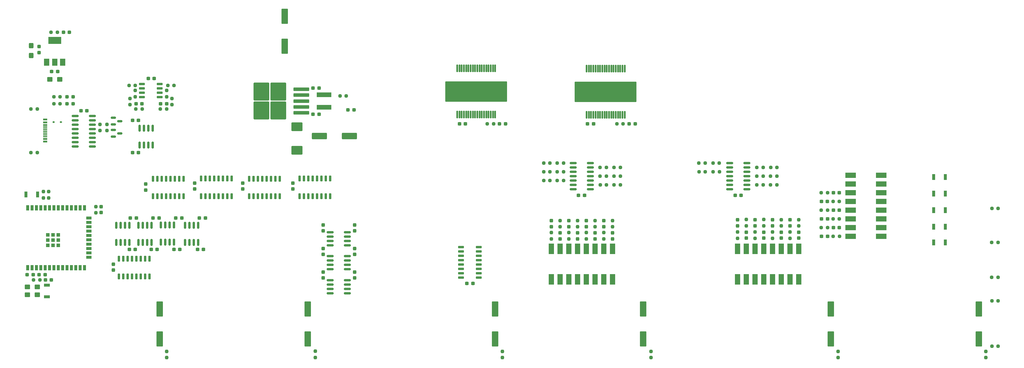
<source format=gtp>
G04 #@! TF.GenerationSoftware,KiCad,Pcbnew,7.0.10*
G04 #@! TF.CreationDate,2024-02-23T22:38:10+01:00*
G04 #@! TF.ProjectId,FluidNC,466c7569-644e-4432-9e6b-696361645f70,rev?*
G04 #@! TF.SameCoordinates,Original*
G04 #@! TF.FileFunction,Paste,Top*
G04 #@! TF.FilePolarity,Positive*
%FSLAX46Y46*%
G04 Gerber Fmt 4.6, Leading zero omitted, Abs format (unit mm)*
G04 Created by KiCad (PCBNEW 7.0.10) date 2024-02-23 22:38:10*
%MOMM*%
%LPD*%
G01*
G04 APERTURE LIST*
G04 Aperture macros list*
%AMRoundRect*
0 Rectangle with rounded corners*
0 $1 Rounding radius*
0 $2 $3 $4 $5 $6 $7 $8 $9 X,Y pos of 4 corners*
0 Add a 4 corners polygon primitive as box body*
4,1,4,$2,$3,$4,$5,$6,$7,$8,$9,$2,$3,0*
0 Add four circle primitives for the rounded corners*
1,1,$1+$1,$2,$3*
1,1,$1+$1,$4,$5*
1,1,$1+$1,$6,$7*
1,1,$1+$1,$8,$9*
0 Add four rect primitives between the rounded corners*
20,1,$1+$1,$2,$3,$4,$5,0*
20,1,$1+$1,$4,$5,$6,$7,0*
20,1,$1+$1,$6,$7,$8,$9,0*
20,1,$1+$1,$8,$9,$2,$3,0*%
G04 Aperture macros list end*
%ADD10RoundRect,0.237500X-0.287500X-0.237500X0.287500X-0.237500X0.287500X0.237500X-0.287500X0.237500X0*%
%ADD11RoundRect,0.237500X-0.250000X-0.237500X0.250000X-0.237500X0.250000X0.237500X-0.250000X0.237500X0*%
%ADD12RoundRect,0.237500X0.250000X0.237500X-0.250000X0.237500X-0.250000X-0.237500X0.250000X-0.237500X0*%
%ADD13RoundRect,0.237500X0.237500X-0.250000X0.237500X0.250000X-0.237500X0.250000X-0.237500X-0.250000X0*%
%ADD14RoundRect,0.150000X-0.725000X-0.150000X0.725000X-0.150000X0.725000X0.150000X-0.725000X0.150000X0*%
%ADD15RoundRect,0.237500X-0.300000X-0.237500X0.300000X-0.237500X0.300000X0.237500X-0.300000X0.237500X0*%
%ADD16R,1.240000X0.600000*%
%ADD17R,1.240000X0.300000*%
%ADD18RoundRect,0.150000X-0.825000X-0.150000X0.825000X-0.150000X0.825000X0.150000X-0.825000X0.150000X0*%
%ADD19RoundRect,0.237500X-0.237500X0.250000X-0.237500X-0.250000X0.237500X-0.250000X0.237500X0.250000X0*%
%ADD20RoundRect,0.150000X-0.150000X0.825000X-0.150000X-0.825000X0.150000X-0.825000X0.150000X0.825000X0*%
%ADD21RoundRect,0.150000X0.150000X-0.725000X0.150000X0.725000X-0.150000X0.725000X-0.150000X-0.725000X0*%
%ADD22RoundRect,0.112500X0.187500X0.112500X-0.187500X0.112500X-0.187500X-0.112500X0.187500X-0.112500X0*%
%ADD23RoundRect,0.150000X-0.587500X-0.150000X0.587500X-0.150000X0.587500X0.150000X-0.587500X0.150000X0*%
%ADD24RoundRect,0.237500X0.300000X0.237500X-0.300000X0.237500X-0.300000X-0.237500X0.300000X-0.237500X0*%
%ADD25R,1.500000X2.000000*%
%ADD26R,3.800000X2.000000*%
%ADD27RoundRect,0.250000X-0.537500X-0.425000X0.537500X-0.425000X0.537500X0.425000X-0.537500X0.425000X0*%
%ADD28RoundRect,0.237500X-0.237500X0.300000X-0.237500X-0.300000X0.237500X-0.300000X0.237500X0.300000X0*%
%ADD29RoundRect,0.178500X-8.821500X-2.796500X8.821500X-2.796500X8.821500X2.796500X-8.821500X2.796500X0*%
%ADD30RoundRect,0.112500X-0.112500X-0.987500X0.112500X-0.987500X0.112500X0.987500X-0.112500X0.987500X0*%
%ADD31RoundRect,0.237500X0.237500X-0.300000X0.237500X0.300000X-0.237500X0.300000X-0.237500X-0.300000X0*%
%ADD32RoundRect,0.250000X0.700000X-1.950000X0.700000X1.950000X-0.700000X1.950000X-0.700000X-1.950000X0*%
%ADD33R,1.600000X3.100000*%
%ADD34RoundRect,0.250000X0.537500X0.425000X-0.537500X0.425000X-0.537500X-0.425000X0.537500X-0.425000X0*%
%ADD35R,0.900000X1.700000*%
%ADD36RoundRect,0.150000X0.150000X-0.825000X0.150000X0.825000X-0.150000X0.825000X-0.150000X-0.825000X0*%
%ADD37RoundRect,0.150000X-0.150000X0.725000X-0.150000X-0.725000X0.150000X-0.725000X0.150000X0.725000X0*%
%ADD38R,4.200000X1.400000*%
%ADD39R,1.700000X0.900000*%
%ADD40R,3.100000X1.600000*%
%ADD41R,0.900000X1.500000*%
%ADD42R,1.500000X0.900000*%
%ADD43R,1.050000X1.050000*%
%ADD44RoundRect,0.150000X0.825000X0.150000X-0.825000X0.150000X-0.825000X-0.150000X0.825000X-0.150000X0*%
%ADD45RoundRect,0.250000X2.050000X0.300000X-2.050000X0.300000X-2.050000X-0.300000X2.050000X-0.300000X0*%
%ADD46RoundRect,0.250000X2.025000X2.375000X-2.025000X2.375000X-2.025000X-2.375000X2.025000X-2.375000X0*%
%ADD47RoundRect,0.250000X-1.400000X-1.000000X1.400000X-1.000000X1.400000X1.000000X-1.400000X1.000000X0*%
%ADD48RoundRect,0.237500X0.287500X0.237500X-0.287500X0.237500X-0.287500X-0.237500X0.287500X-0.237500X0*%
%ADD49RoundRect,0.250000X-0.425000X0.537500X-0.425000X-0.537500X0.425000X-0.537500X0.425000X0.537500X0*%
%ADD50RoundRect,0.250000X1.950000X0.700000X-1.950000X0.700000X-1.950000X-0.700000X1.950000X-0.700000X0*%
G04 APERTURE END LIST*
D10*
X12972500Y-29482500D03*
X14722500Y-29482500D03*
D11*
X3255000Y-80772000D03*
X5080000Y-80772000D03*
D12*
X233957500Y-65532000D03*
X232132500Y-65532000D03*
D13*
X43434000Y-29765000D03*
X43434000Y-27940000D03*
D14*
X127473000Y-71247000D03*
X127473000Y-72517000D03*
X127473000Y-73787000D03*
X127473000Y-75057000D03*
X127473000Y-76327000D03*
X127473000Y-77597000D03*
X127473000Y-78867000D03*
X127473000Y-80137000D03*
X132623000Y-80137000D03*
X132623000Y-78867000D03*
X132623000Y-77597000D03*
X132623000Y-76327000D03*
X132623000Y-75057000D03*
X132623000Y-73787000D03*
X132623000Y-72517000D03*
X132623000Y-71247000D03*
D11*
X151487500Y-46736000D03*
X153312500Y-46736000D03*
D15*
X161597000Y-56134000D03*
X163322000Y-56134000D03*
D13*
X22527500Y-37300500D03*
X22527500Y-35475500D03*
D16*
X6625500Y-34110000D03*
X6625500Y-34910000D03*
D17*
X6625500Y-36060000D03*
X6625500Y-37060000D03*
X6625500Y-37560000D03*
X6625500Y-38560000D03*
D16*
X6625500Y-39710000D03*
X6625500Y-40510000D03*
X6625500Y-40510000D03*
X6625500Y-39710000D03*
D17*
X6625500Y-39060000D03*
X6625500Y-38060000D03*
X6625500Y-36560000D03*
X6625500Y-35560000D03*
D16*
X6625500Y-34910000D03*
X6625500Y-34110000D03*
D11*
X200725000Y-49276000D03*
X202550000Y-49276000D03*
D18*
X89473000Y-66899000D03*
X89473000Y-68169000D03*
X89473000Y-69439000D03*
X89473000Y-70709000D03*
X94423000Y-70709000D03*
X94423000Y-69439000D03*
X94423000Y-68169000D03*
X94423000Y-66899000D03*
D19*
X217932000Y-66882000D03*
X217932000Y-68707000D03*
D11*
X42267500Y-24130000D03*
X44092500Y-24130000D03*
D13*
X85090000Y-103378000D03*
X85090000Y-101553000D03*
D20*
X51069000Y-64900000D03*
X49799000Y-64900000D03*
X48529000Y-64900000D03*
X47259000Y-64900000D03*
X47259000Y-69850000D03*
X48529000Y-69850000D03*
X49799000Y-69850000D03*
X51069000Y-69850000D03*
D13*
X182626000Y-103425000D03*
X182626000Y-101600000D03*
D11*
X151487500Y-49276000D03*
X153312500Y-49276000D03*
D21*
X37973000Y-56458000D03*
X39243000Y-56458000D03*
X40513000Y-56458000D03*
X41783000Y-56458000D03*
X43053000Y-56458000D03*
X44323000Y-56458000D03*
X45593000Y-56458000D03*
X46863000Y-56458000D03*
X46863000Y-51308000D03*
X45593000Y-51308000D03*
X44323000Y-51308000D03*
X43053000Y-51308000D03*
X41783000Y-51308000D03*
X40513000Y-51308000D03*
X39243000Y-51308000D03*
X37973000Y-51308000D03*
D15*
X127000000Y-35306000D03*
X128725000Y-35306000D03*
D12*
X283511000Y-59944000D03*
X281686000Y-59944000D03*
D22*
X11208500Y-34816500D03*
X9108500Y-34816500D03*
D23*
X26416000Y-33594000D03*
X26416000Y-35494000D03*
X28291000Y-34544000D03*
D12*
X173736000Y-50546000D03*
X171911000Y-50546000D03*
D19*
X168910000Y-67032500D03*
X168910000Y-68857500D03*
D24*
X130910500Y-81788000D03*
X129185500Y-81788000D03*
D11*
X32973000Y-30988000D03*
X34798000Y-30988000D03*
D25*
X7098000Y-17374000D03*
X9398000Y-17374000D03*
D26*
X9398000Y-11074000D03*
D25*
X11698000Y-17374000D03*
D27*
X1443000Y-85090000D03*
X4318000Y-85090000D03*
D28*
X225552000Y-66932000D03*
X225552000Y-68657000D03*
D29*
X169480000Y-26000000D03*
D30*
X163955000Y-32740000D03*
X164605000Y-32740000D03*
X165255000Y-32740000D03*
X165905000Y-32740000D03*
X166555000Y-32740000D03*
X167205000Y-32740000D03*
X167855000Y-32740000D03*
X168505000Y-32740000D03*
X169155000Y-32740000D03*
X169805000Y-32740000D03*
X170455000Y-32740000D03*
X171105000Y-32740000D03*
X171755000Y-32740000D03*
X172405000Y-32740000D03*
X173055000Y-32740000D03*
X173705000Y-32740000D03*
X174355000Y-32740000D03*
X175005000Y-32740000D03*
X175005000Y-19260000D03*
X174355000Y-19260000D03*
X173705000Y-19260000D03*
X173055000Y-19260000D03*
X172405000Y-19260000D03*
X171755000Y-19260000D03*
X171105000Y-19260000D03*
X170455000Y-19260000D03*
X169805000Y-19260000D03*
X169155000Y-19260000D03*
X168505000Y-19260000D03*
X167855000Y-19260000D03*
X167205000Y-19260000D03*
X166555000Y-19260000D03*
X165905000Y-19260000D03*
X165255000Y-19260000D03*
X164605000Y-19260000D03*
X163955000Y-19260000D03*
D31*
X87376000Y-73353000D03*
X87376000Y-71628000D03*
D15*
X31084000Y-71947000D03*
X32809000Y-71947000D03*
D10*
X13000500Y-27450500D03*
X14750500Y-27450500D03*
D28*
X207772000Y-63299000D03*
X207772000Y-65024000D03*
D19*
X163830000Y-67032500D03*
X163830000Y-68857500D03*
D15*
X33020000Y-29464000D03*
X34745000Y-29464000D03*
D24*
X33729000Y-34290000D03*
X32004000Y-34290000D03*
D28*
X35814000Y-52885000D03*
X35814000Y-54610000D03*
D12*
X169672000Y-50546000D03*
X167847000Y-50546000D03*
D24*
X86206500Y-24892000D03*
X84481500Y-24892000D03*
D11*
X235585000Y-68072000D03*
X237410000Y-68072000D03*
D28*
X217932000Y-63299000D03*
X217932000Y-65024000D03*
X210312000Y-66932000D03*
X210312000Y-68657000D03*
D12*
X215250000Y-50546000D03*
X213425000Y-50546000D03*
D28*
X166370000Y-67109000D03*
X166370000Y-68834000D03*
D32*
X76200000Y-12732000D03*
X76200000Y-4032000D03*
D12*
X174545000Y-35306000D03*
X172720000Y-35306000D03*
D11*
X235561500Y-62992000D03*
X237386500Y-62992000D03*
D33*
X153670000Y-80645000D03*
X156210000Y-80645000D03*
X158750000Y-80645000D03*
X161290000Y-80645000D03*
X163830000Y-80645000D03*
X166370000Y-80645000D03*
X168910000Y-80645000D03*
X171450000Y-80645000D03*
X171450000Y-71755000D03*
X168910000Y-71755000D03*
X166370000Y-71755000D03*
X163830000Y-71755000D03*
X161290000Y-71755000D03*
X158750000Y-71755000D03*
X156210000Y-71755000D03*
X153670000Y-71755000D03*
D12*
X219249000Y-48006000D03*
X217424000Y-48006000D03*
X136906000Y-35306000D03*
X135081000Y-35306000D03*
D14*
X34763000Y-23749000D03*
X34763000Y-25019000D03*
X34763000Y-26289000D03*
X34763000Y-27559000D03*
X39913000Y-27559000D03*
X39913000Y-26289000D03*
X39913000Y-25019000D03*
X39913000Y-23749000D03*
D21*
X80518000Y-56423000D03*
X81788000Y-56423000D03*
X83058000Y-56423000D03*
X84328000Y-56423000D03*
X85598000Y-56423000D03*
X86868000Y-56423000D03*
X88138000Y-56423000D03*
X89408000Y-56423000D03*
X89408000Y-51273000D03*
X88138000Y-51273000D03*
X86868000Y-51273000D03*
X85598000Y-51273000D03*
X84328000Y-51273000D03*
X83058000Y-51273000D03*
X81788000Y-51273000D03*
X80518000Y-51273000D03*
D34*
X10835500Y-22352000D03*
X7960500Y-22352000D03*
D18*
X15388500Y-33038500D03*
X15388500Y-34308500D03*
X15388500Y-35578500D03*
X15388500Y-36848500D03*
X15388500Y-38118500D03*
X15388500Y-39388500D03*
X15388500Y-40658500D03*
X15388500Y-41928500D03*
X20338500Y-41928500D03*
X20338500Y-40658500D03*
X20338500Y-39388500D03*
X20338500Y-38118500D03*
X20338500Y-36848500D03*
X20338500Y-35578500D03*
X20338500Y-34308500D03*
X20338500Y-33038500D03*
D31*
X96520000Y-66495000D03*
X96520000Y-64770000D03*
D19*
X153670000Y-67032500D03*
X153670000Y-68857500D03*
D35*
X268146000Y-50800000D03*
X264746000Y-50800000D03*
D11*
X155401000Y-46736000D03*
X157226000Y-46736000D03*
D35*
X1045000Y-55880000D03*
X4445000Y-55880000D03*
D12*
X233957500Y-55372000D03*
X232132500Y-55372000D03*
D31*
X22860000Y-61161000D03*
X22860000Y-59436000D03*
D15*
X235638000Y-65532000D03*
X237363000Y-65532000D03*
X31395500Y-62803000D03*
X33120500Y-62803000D03*
D11*
X92305500Y-27178000D03*
X94130500Y-27178000D03*
D24*
X33729000Y-43688000D03*
X32004000Y-43688000D03*
D13*
X139446000Y-103425000D03*
X139446000Y-101600000D03*
D28*
X215392000Y-66932000D03*
X215392000Y-68657000D03*
D19*
X223012000Y-66882000D03*
X223012000Y-68707000D03*
D12*
X169672000Y-48006000D03*
X167847000Y-48006000D03*
X215250000Y-48006000D03*
X213425000Y-48006000D03*
X32813000Y-24130000D03*
X30988000Y-24130000D03*
D15*
X232182500Y-57912000D03*
X233907500Y-57912000D03*
D33*
X207772000Y-80645000D03*
X210312000Y-80645000D03*
X212852000Y-80645000D03*
X215392000Y-80645000D03*
X217932000Y-80645000D03*
X220472000Y-80645000D03*
X223012000Y-80645000D03*
X225552000Y-80645000D03*
X225552000Y-71755000D03*
X223012000Y-71755000D03*
X220472000Y-71755000D03*
X217932000Y-71755000D03*
X215392000Y-71755000D03*
X212852000Y-71755000D03*
X210312000Y-71755000D03*
X207772000Y-71755000D03*
D15*
X84481500Y-32512000D03*
X86206500Y-32512000D03*
X235638000Y-60452000D03*
X237363000Y-60452000D03*
X50896000Y-71947000D03*
X52621000Y-71947000D03*
D19*
X6096000Y-55071000D03*
X6096000Y-56896000D03*
D13*
X279908000Y-103425000D03*
X279908000Y-101600000D03*
X225552000Y-65071000D03*
X225552000Y-63246000D03*
D12*
X283511000Y-86868000D03*
X281686000Y-86868000D03*
D28*
X161290000Y-67109000D03*
X161290000Y-68834000D03*
D35*
X268146000Y-60452000D03*
X264746000Y-60452000D03*
D27*
X1443000Y-82804000D03*
X4318000Y-82804000D03*
D28*
X163830000Y-63553000D03*
X163830000Y-65278000D03*
D32*
X137390000Y-98010000D03*
X137390000Y-89310000D03*
X82890000Y-98010000D03*
X82890000Y-89310000D03*
D11*
X2511500Y-31006500D03*
X4336500Y-31006500D03*
D13*
X210312000Y-65024000D03*
X210312000Y-63199000D03*
D21*
X65913000Y-56458000D03*
X67183000Y-56458000D03*
X68453000Y-56458000D03*
X69723000Y-56458000D03*
X70993000Y-56458000D03*
X72263000Y-56458000D03*
X73533000Y-56458000D03*
X74803000Y-56458000D03*
X74803000Y-51308000D03*
X73533000Y-51308000D03*
X72263000Y-51308000D03*
X70993000Y-51308000D03*
X69723000Y-51308000D03*
X68453000Y-51308000D03*
X67183000Y-51308000D03*
X65913000Y-51308000D03*
D24*
X38301000Y-22098000D03*
X36576000Y-22098000D03*
D15*
X4879000Y-79248000D03*
X6604000Y-79248000D03*
D11*
X8335000Y-8636000D03*
X10160000Y-8636000D03*
D15*
X235638000Y-55372000D03*
X237363000Y-55372000D03*
D12*
X173736000Y-53086000D03*
X171911000Y-53086000D03*
D15*
X37999500Y-62803000D03*
X39724500Y-62803000D03*
D12*
X215250000Y-53086000D03*
X213425000Y-53086000D03*
D13*
X161290000Y-65325000D03*
X161290000Y-63500000D03*
D28*
X158750000Y-63553000D03*
X158750000Y-65278000D03*
D19*
X41910000Y-25607000D03*
X41910000Y-27432000D03*
D11*
X9162500Y-29482500D03*
X10987500Y-29482500D03*
D36*
X34036000Y-41526000D03*
X35306000Y-41526000D03*
X36576000Y-41526000D03*
X37846000Y-41526000D03*
X37846000Y-36576000D03*
X36576000Y-36576000D03*
X35306000Y-36576000D03*
X34036000Y-36576000D03*
D21*
X51943000Y-56388000D03*
X53213000Y-56388000D03*
X54483000Y-56388000D03*
X55753000Y-56388000D03*
X57023000Y-56388000D03*
X58293000Y-56388000D03*
X59563000Y-56388000D03*
X60833000Y-56388000D03*
X60833000Y-51238000D03*
X59563000Y-51238000D03*
X58293000Y-51238000D03*
X57023000Y-51238000D03*
X55753000Y-51238000D03*
X54483000Y-51238000D03*
X53213000Y-51238000D03*
X51943000Y-51238000D03*
D35*
X268146000Y-69850000D03*
X264746000Y-69850000D03*
D12*
X41910000Y-30988000D03*
X40085000Y-30988000D03*
D37*
X36957000Y-74641000D03*
X35687000Y-74641000D03*
X34417000Y-74641000D03*
X33147000Y-74641000D03*
X31877000Y-74641000D03*
X30607000Y-74641000D03*
X29337000Y-74641000D03*
X28067000Y-74641000D03*
X28067000Y-79791000D03*
X29337000Y-79791000D03*
X30607000Y-79791000D03*
X31877000Y-79791000D03*
X33147000Y-79791000D03*
X34417000Y-79791000D03*
X35687000Y-79791000D03*
X36957000Y-79791000D03*
D11*
X155401000Y-51816000D03*
X157226000Y-51816000D03*
D28*
X153670000Y-63553000D03*
X153670000Y-65278000D03*
D12*
X169719000Y-53086000D03*
X167894000Y-53086000D03*
X283511000Y-100076000D03*
X281686000Y-100076000D03*
X219202000Y-53086000D03*
X217377000Y-53086000D03*
D13*
X21336000Y-61261000D03*
X21336000Y-59436000D03*
D12*
X283464000Y-69850000D03*
X281639000Y-69850000D03*
D24*
X41910000Y-29464000D03*
X40185000Y-29464000D03*
D13*
X156210000Y-65325000D03*
X156210000Y-63500000D03*
D11*
X196596000Y-49276000D03*
X198421000Y-49276000D03*
D35*
X268146000Y-65278000D03*
X264746000Y-65278000D03*
D32*
X277890000Y-98010000D03*
X277890000Y-89310000D03*
D38*
X87630000Y-30552000D03*
X87630000Y-26852000D03*
D39*
X7112000Y-85696000D03*
X7112000Y-82296000D03*
D10*
X94629000Y-31242000D03*
X96379000Y-31242000D03*
D29*
X131874000Y-25908000D03*
D30*
X126349000Y-32648000D03*
X126999000Y-32648000D03*
X127649000Y-32648000D03*
X128299000Y-32648000D03*
X128949000Y-32648000D03*
X129599000Y-32648000D03*
X130249000Y-32648000D03*
X130899000Y-32648000D03*
X131549000Y-32648000D03*
X132199000Y-32648000D03*
X132849000Y-32648000D03*
X133499000Y-32648000D03*
X134149000Y-32648000D03*
X134799000Y-32648000D03*
X135449000Y-32648000D03*
X136099000Y-32648000D03*
X136749000Y-32648000D03*
X137399000Y-32648000D03*
X137399000Y-19168000D03*
X136749000Y-19168000D03*
X136099000Y-19168000D03*
X135449000Y-19168000D03*
X134799000Y-19168000D03*
X134149000Y-19168000D03*
X133499000Y-19168000D03*
X132849000Y-19168000D03*
X132199000Y-19168000D03*
X131549000Y-19168000D03*
X130899000Y-19168000D03*
X130249000Y-19168000D03*
X129599000Y-19168000D03*
X128949000Y-19168000D03*
X128299000Y-19168000D03*
X127649000Y-19168000D03*
X126999000Y-19168000D03*
X126349000Y-19168000D03*
D20*
X31069000Y-64900000D03*
X29799000Y-64900000D03*
X28529000Y-64900000D03*
X27259000Y-64900000D03*
X27259000Y-69850000D03*
X28529000Y-69850000D03*
X29799000Y-69850000D03*
X31069000Y-69850000D03*
D28*
X223012000Y-63299000D03*
X223012000Y-65024000D03*
D11*
X200678000Y-46736000D03*
X202503000Y-46736000D03*
D31*
X87376000Y-80211000D03*
X87376000Y-78486000D03*
D13*
X236982000Y-103425000D03*
X236982000Y-101600000D03*
D12*
X233957500Y-60452000D03*
X232132500Y-60452000D03*
D19*
X158750000Y-67032500D03*
X158750000Y-68857500D03*
D13*
X41910000Y-103425000D03*
X41910000Y-101600000D03*
D18*
X89473000Y-73899000D03*
X89473000Y-75169000D03*
X89473000Y-76439000D03*
X89473000Y-77709000D03*
X94423000Y-77709000D03*
X94423000Y-76439000D03*
X94423000Y-75169000D03*
X94423000Y-73899000D03*
D28*
X212852000Y-63299000D03*
X212852000Y-65024000D03*
D12*
X283464000Y-80010000D03*
X281639000Y-80010000D03*
D40*
X249555000Y-68072000D03*
X249555000Y-65532000D03*
X249555000Y-62992000D03*
X249555000Y-60452000D03*
X249555000Y-57912000D03*
X249555000Y-55372000D03*
X249555000Y-52832000D03*
X249555000Y-50292000D03*
X240665000Y-50292000D03*
X240665000Y-52832000D03*
X240665000Y-55372000D03*
X240665000Y-57912000D03*
X240665000Y-60452000D03*
X240665000Y-62992000D03*
X240665000Y-65532000D03*
X240665000Y-68072000D03*
D41*
X1550000Y-77285000D03*
X2820000Y-77285000D03*
X4090000Y-77285000D03*
X5360000Y-77285000D03*
X6630000Y-77285000D03*
X7900000Y-77285000D03*
X9170000Y-77285000D03*
X10440000Y-77285000D03*
X11710000Y-77285000D03*
X12980000Y-77285000D03*
X14250000Y-77285000D03*
X15520000Y-77285000D03*
X16790000Y-77285000D03*
X18060000Y-77285000D03*
D42*
X19310000Y-74245000D03*
X19310000Y-72975000D03*
X19310000Y-71705000D03*
X19310000Y-70435000D03*
X19310000Y-69165000D03*
X19310000Y-67895000D03*
X19310000Y-66625000D03*
X19310000Y-65355000D03*
X19310000Y-64085000D03*
X19310000Y-62815000D03*
D41*
X18060000Y-59785000D03*
X16790000Y-59785000D03*
X15520000Y-59785000D03*
X14250000Y-59785000D03*
X12980000Y-59785000D03*
X11710000Y-59785000D03*
X10440000Y-59785000D03*
X9170000Y-59785000D03*
X7900000Y-59785000D03*
X6630000Y-59785000D03*
X5360000Y-59785000D03*
X4090000Y-59785000D03*
X2820000Y-59785000D03*
X1550000Y-59785000D03*
D43*
X7365000Y-70740000D03*
X8890000Y-70740000D03*
X10415000Y-70740000D03*
X7365000Y-69215000D03*
X8890000Y-69215000D03*
X10415000Y-69215000D03*
X7365000Y-67690000D03*
X8890000Y-67690000D03*
X10415000Y-67690000D03*
D28*
X171450000Y-67109000D03*
X171450000Y-68834000D03*
D15*
X44603500Y-62803000D03*
X46328500Y-62803000D03*
D28*
X156210000Y-67109000D03*
X156210000Y-68834000D03*
D44*
X165035000Y-54356000D03*
X165035000Y-53086000D03*
X165035000Y-51816000D03*
X165035000Y-50546000D03*
X165035000Y-49276000D03*
X165035000Y-48006000D03*
X165035000Y-46736000D03*
X160085000Y-46736000D03*
X160085000Y-48006000D03*
X160085000Y-49276000D03*
X160085000Y-50546000D03*
X160085000Y-51816000D03*
X160085000Y-53086000D03*
X160085000Y-54356000D03*
D18*
X89473000Y-80899000D03*
X89473000Y-82169000D03*
X89473000Y-83439000D03*
X89473000Y-84709000D03*
X94423000Y-84709000D03*
X94423000Y-83439000D03*
X94423000Y-82169000D03*
X94423000Y-80899000D03*
D19*
X32766000Y-25607000D03*
X32766000Y-27432000D03*
D11*
X196549000Y-46736000D03*
X198374000Y-46736000D03*
D32*
X180390000Y-98010000D03*
X180390000Y-89310000D03*
D11*
X235561500Y-57912000D03*
X237386500Y-57912000D03*
D19*
X212852000Y-66882000D03*
X212852000Y-68707000D03*
D31*
X96520000Y-80211000D03*
X96520000Y-78486000D03*
D44*
X210501000Y-54356000D03*
X210501000Y-53086000D03*
X210501000Y-51816000D03*
X210501000Y-50546000D03*
X210501000Y-49276000D03*
X210501000Y-48006000D03*
X210501000Y-46736000D03*
X205551000Y-46736000D03*
X205551000Y-48006000D03*
X205551000Y-49276000D03*
X205551000Y-50546000D03*
X205551000Y-51816000D03*
X205551000Y-53086000D03*
X205551000Y-54356000D03*
D15*
X232209000Y-62992000D03*
X233934000Y-62992000D03*
D45*
X81056000Y-32102000D03*
X81056000Y-30402000D03*
X81056000Y-28702000D03*
D46*
X74331000Y-31477000D03*
X74331000Y-25927000D03*
X69481000Y-31477000D03*
X69481000Y-25927000D03*
D45*
X81056000Y-27002000D03*
X81056000Y-25302000D03*
D15*
X164237500Y-35306000D03*
X165962500Y-35306000D03*
D28*
X4826000Y-12853500D03*
X4826000Y-14578500D03*
X50038000Y-52578000D03*
X50038000Y-54303000D03*
D35*
X268146000Y-55626000D03*
X264746000Y-55626000D03*
D15*
X232209000Y-68072000D03*
X233934000Y-68072000D03*
D28*
X64008000Y-52578000D03*
X64008000Y-54303000D03*
D13*
X31242000Y-29765000D03*
X31242000Y-27940000D03*
X215392000Y-65024000D03*
X215392000Y-63199000D03*
D15*
X37434000Y-71947000D03*
X39159000Y-71947000D03*
D47*
X79756000Y-36224000D03*
X79756000Y-43024000D03*
D13*
X220472000Y-65071000D03*
X220472000Y-63246000D03*
D19*
X24559500Y-35475500D03*
X24559500Y-37300500D03*
D20*
X44069000Y-64835000D03*
X42799000Y-64835000D03*
X41529000Y-64835000D03*
X40259000Y-64835000D03*
X40259000Y-69785000D03*
X41529000Y-69785000D03*
X42799000Y-69785000D03*
X44069000Y-69785000D03*
D13*
X166370000Y-65325000D03*
X166370000Y-63500000D03*
D28*
X78613000Y-52578000D03*
X78613000Y-54303000D03*
D15*
X51461500Y-62803000D03*
X53186500Y-62803000D03*
D12*
X173736000Y-48006000D03*
X171911000Y-48006000D03*
D15*
X207128000Y-56134000D03*
X208853000Y-56134000D03*
D32*
X234890000Y-98010000D03*
X234890000Y-89310000D03*
X39890000Y-98010000D03*
X39890000Y-89310000D03*
D11*
X9162500Y-27450500D03*
X10987500Y-27450500D03*
D48*
X178054000Y-35306000D03*
X176304000Y-35306000D03*
D19*
X207772000Y-66882000D03*
X207772000Y-68707000D03*
X7620000Y-55071000D03*
X7620000Y-56896000D03*
D12*
X219202000Y-50546000D03*
X217377000Y-50546000D03*
D11*
X2511500Y-43706500D03*
X4336500Y-43706500D03*
D31*
X96520000Y-73353000D03*
X96520000Y-71628000D03*
D48*
X13688000Y-8636000D03*
X11938000Y-8636000D03*
X140387000Y-35306000D03*
X138637000Y-35306000D03*
D49*
X2540000Y-12532500D03*
X2540000Y-15407500D03*
D24*
X10260500Y-20066000D03*
X8535500Y-20066000D03*
D15*
X44038000Y-71947000D03*
X45763000Y-71947000D03*
D50*
X95028000Y-38862000D03*
X86328000Y-38862000D03*
D31*
X87376000Y-66495000D03*
X87376000Y-64770000D03*
D24*
X3148500Y-79248000D03*
X1423500Y-79248000D03*
D31*
X26416000Y-77925000D03*
X26416000Y-76200000D03*
D28*
X220472000Y-66932000D03*
X220472000Y-68657000D03*
D23*
X26416000Y-37150000D03*
X26416000Y-39050000D03*
X28291000Y-38100000D03*
D24*
X18761500Y-31514500D03*
X17036500Y-31514500D03*
D28*
X168910000Y-63553000D03*
X168910000Y-65278000D03*
D24*
X8432500Y-80772000D03*
X6707500Y-80772000D03*
D11*
X151487500Y-51816000D03*
X153312500Y-51816000D03*
D20*
X37561000Y-64900000D03*
X36291000Y-64900000D03*
X35021000Y-64900000D03*
X33751000Y-64900000D03*
X33751000Y-69850000D03*
X35021000Y-69850000D03*
X36291000Y-69850000D03*
X37561000Y-69850000D03*
D11*
X155401000Y-49276000D03*
X157226000Y-49276000D03*
D13*
X171450000Y-65325000D03*
X171450000Y-63500000D03*
M02*

</source>
